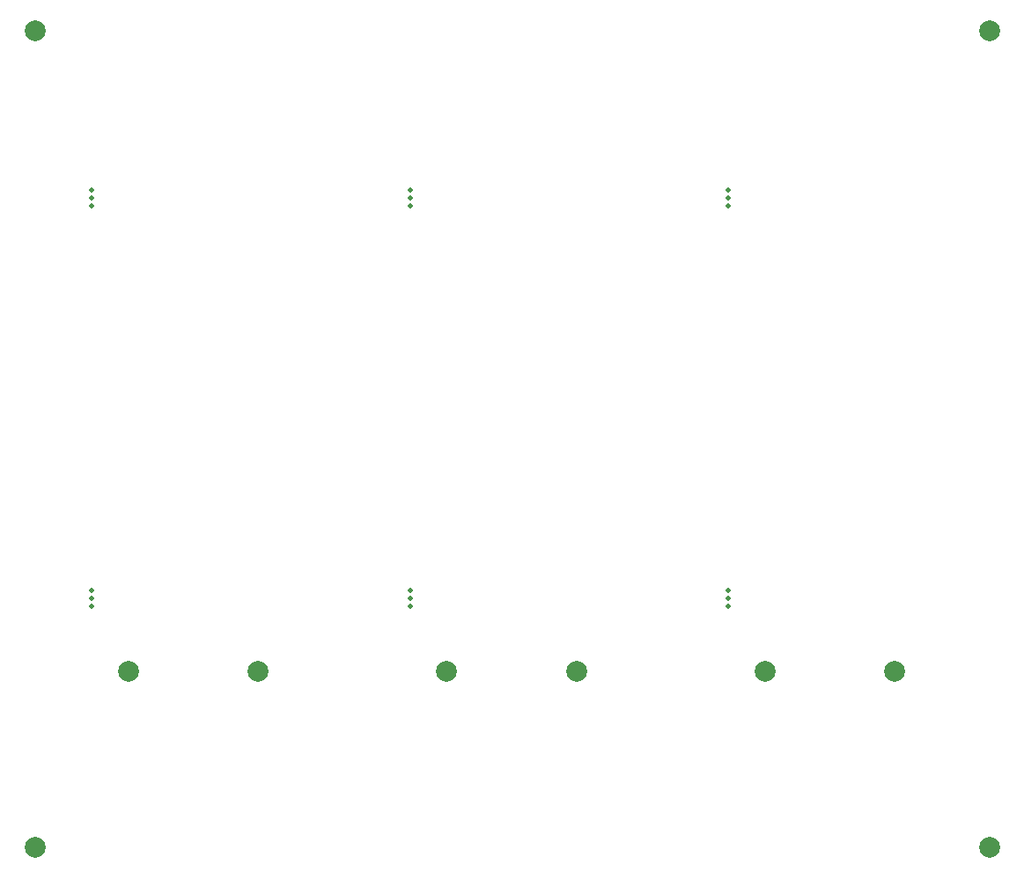
<source format=gbs>
%TF.GenerationSoftware,KiCad,Pcbnew,9.0.7*%
%TF.CreationDate,2026-02-08T19:30:57+03:00*%
%TF.ProjectId,mriya-mcu-cover-1.1.3,6d726979-612d-46d6-9375-2d636f766572,1.1.3*%
%TF.SameCoordinates,Original*%
%TF.FileFunction,Soldermask,Bot*%
%TF.FilePolarity,Negative*%
%FSLAX46Y46*%
G04 Gerber Fmt 4.6, Leading zero omitted, Abs format (unit mm)*
G04 Created by KiCad (PCBNEW 9.0.7) date 2026-02-08 19:30:57*
%MOMM*%
%LPD*%
G01*
G04 APERTURE LIST*
%ADD10C,2.000000*%
%ADD11C,0.500000*%
G04 APERTURE END LIST*
D10*
%TO.C,H9*%
X73900000Y-102500000D03*
%TD*%
D11*
%TO.C,MB5*%
X110000000Y-79250000D03*
X110000000Y-78500000D03*
X110000000Y-77750000D03*
%TD*%
%TO.C,MB6*%
X140600000Y-79250000D03*
X140600000Y-78500000D03*
X140600000Y-77750000D03*
%TD*%
%TO.C,MB1*%
X79400000Y-40750000D03*
X79400000Y-40000000D03*
X79400000Y-39250000D03*
%TD*%
%TO.C,MB4*%
X79400000Y-79250000D03*
X79400000Y-78500000D03*
X79400000Y-77750000D03*
%TD*%
D10*
%TO.C,H3*%
X82900000Y-85500000D03*
%TD*%
%TO.C,H1*%
X73900000Y-23900000D03*
%TD*%
%TO.C,H7*%
X144100000Y-85500000D03*
%TD*%
%TO.C,H5*%
X113500000Y-85500000D03*
%TD*%
%TO.C,H4*%
X95400000Y-85500000D03*
%TD*%
D11*
%TO.C,MB3*%
X140600000Y-40750000D03*
X140600000Y-40000000D03*
X140600000Y-39250000D03*
%TD*%
%TO.C,MB2*%
X110000000Y-40750000D03*
X110000000Y-40000000D03*
X110000000Y-39250000D03*
%TD*%
D10*
%TO.C,H2*%
X165700000Y-23900000D03*
%TD*%
%TO.C,H6*%
X126000000Y-85500000D03*
%TD*%
%TO.C,H8*%
X156600000Y-85500000D03*
%TD*%
%TO.C,H10*%
X165700000Y-102500000D03*
%TD*%
M02*

</source>
